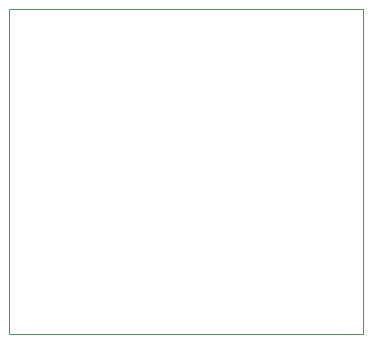
<source format=gm1>
%TF.GenerationSoftware,KiCad,Pcbnew,6.0.0+dfsg1-2*%
%TF.CreationDate,2022-01-11T20:37:34+02:00*%
%TF.ProjectId,los-fuelles,6c6f732d-6675-4656-9c6c-65732e6b6963,rev?*%
%TF.SameCoordinates,Original*%
%TF.FileFunction,Profile,NP*%
%FSLAX46Y46*%
G04 Gerber Fmt 4.6, Leading zero omitted, Abs format (unit mm)*
G04 Created by KiCad (PCBNEW 6.0.0+dfsg1-2) date 2022-01-11 20:37:34*
%MOMM*%
%LPD*%
G01*
G04 APERTURE LIST*
%TA.AperFunction,Profile*%
%ADD10C,0.100000*%
%TD*%
G04 APERTURE END LIST*
D10*
X119634000Y-89027000D02*
X149606000Y-89027000D01*
X149606000Y-89027000D02*
X149606000Y-116586000D01*
X149606000Y-116586000D02*
X119634000Y-116586000D01*
X119634000Y-116586000D02*
X119634000Y-89027000D01*
M02*

</source>
